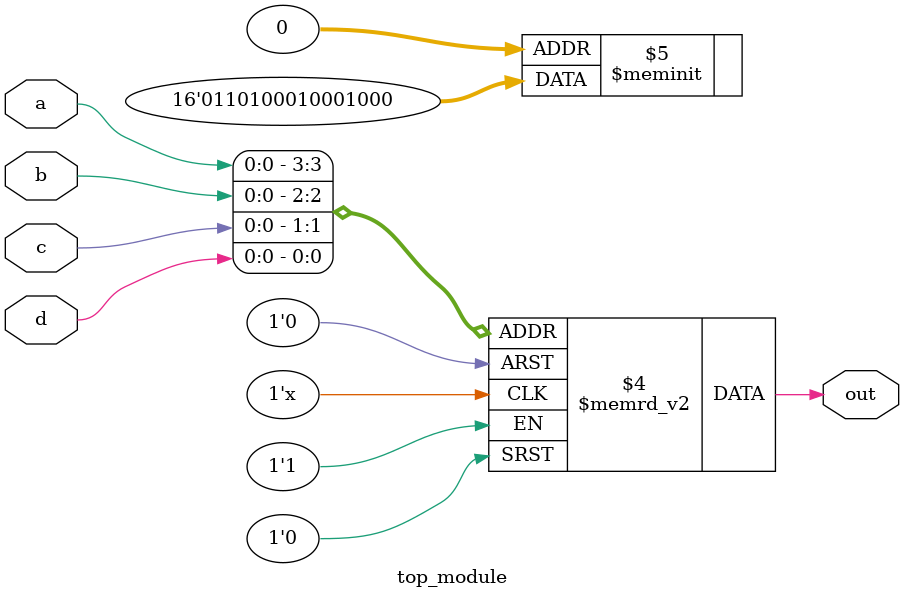
<source format=sv>
module top_module (
	input a, 
	input b,
	input c,
	input d,
	output reg out
);

	always @* begin
		case ({a,b,c,d})
			4'b0000, 4'b0100, 4'b0010, 4'b0110, 4'b0001, 4'b1000, 4'b0101, 4'b1001, 4'b1010, 4'b1100, 4'b1111: out = 1'b0;
			default: out = 1'b1;
		endcase
	end

endmodule

</source>
